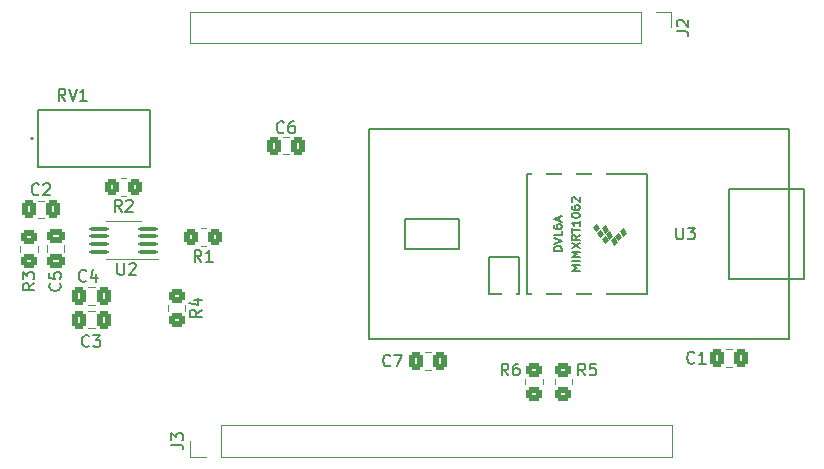
<source format=gbr>
%TF.GenerationSoftware,KiCad,Pcbnew,9.0.4-9.0.4-0~ubuntu24.04.1*%
%TF.CreationDate,2025-09-07T14:44:52-04:00*%
%TF.ProjectId,TCD1304Rev2,54434431-3330-4345-9265-76322e6b6963,rev?*%
%TF.SameCoordinates,PX7270e00PY7270e00*%
%TF.FileFunction,Legend,Top*%
%TF.FilePolarity,Positive*%
%FSLAX46Y46*%
G04 Gerber Fmt 4.6, Leading zero omitted, Abs format (unit mm)*
G04 Created by KiCad (PCBNEW 9.0.4-9.0.4-0~ubuntu24.04.1) date 2025-09-07 14:44:52*
%MOMM*%
%LPD*%
G01*
G04 APERTURE LIST*
G04 Aperture macros list*
%AMRoundRect*
0 Rectangle with rounded corners*
0 $1 Rounding radius*
0 $2 $3 $4 $5 $6 $7 $8 $9 X,Y pos of 4 corners*
0 Add a 4 corners polygon primitive as box body*
4,1,4,$2,$3,$4,$5,$6,$7,$8,$9,$2,$3,0*
0 Add four circle primitives for the rounded corners*
1,1,$1+$1,$2,$3*
1,1,$1+$1,$4,$5*
1,1,$1+$1,$6,$7*
1,1,$1+$1,$8,$9*
0 Add four rect primitives between the rounded corners*
20,1,$1+$1,$2,$3,$4,$5,0*
20,1,$1+$1,$4,$5,$6,$7,0*
20,1,$1+$1,$6,$7,$8,$9,0*
20,1,$1+$1,$8,$9,$2,$3,0*%
G04 Aperture macros list end*
%ADD10C,0.150000*%
%ADD11C,0.120000*%
%ADD12C,0.127000*%
%ADD13C,0.200000*%
%ADD14C,0.100000*%
%ADD15C,1.700000*%
%ADD16R,1.700000X1.700000*%
%ADD17O,1.700000X1.700000*%
%ADD18RoundRect,0.250000X-0.450000X0.350000X-0.450000X-0.350000X0.450000X-0.350000X0.450000X0.350000X0*%
%ADD19C,1.290000*%
%ADD20R,1.290000X1.290000*%
%ADD21RoundRect,0.250000X-0.337500X-0.475000X0.337500X-0.475000X0.337500X0.475000X-0.337500X0.475000X0*%
%ADD22RoundRect,0.250000X0.337500X0.475000X-0.337500X0.475000X-0.337500X-0.475000X0.337500X-0.475000X0*%
%ADD23RoundRect,0.250000X0.450000X-0.350000X0.450000X0.350000X-0.450000X0.350000X-0.450000X-0.350000X0*%
%ADD24RoundRect,0.250000X0.475000X-0.337500X0.475000X0.337500X-0.475000X0.337500X-0.475000X-0.337500X0*%
%ADD25RoundRect,0.100000X0.712500X0.100000X-0.712500X0.100000X-0.712500X-0.100000X0.712500X-0.100000X0*%
%ADD26RoundRect,0.250000X0.350000X0.450000X-0.350000X0.450000X-0.350000X-0.450000X0.350000X-0.450000X0*%
%ADD27R,1.218000X1.218000*%
%ADD28C,1.218000*%
%ADD29C,1.600000*%
%ADD30C,5.600000*%
%ADD31C,0.800000*%
%ADD32C,1.000000*%
G04 APERTURE END LIST*
D10*
X16044819Y2166667D02*
X16759104Y2166667D01*
X16759104Y2166667D02*
X16901961Y2119048D01*
X16901961Y2119048D02*
X16997200Y2023810D01*
X16997200Y2023810D02*
X17044819Y1880953D01*
X17044819Y1880953D02*
X17044819Y1785715D01*
X16044819Y2547620D02*
X16044819Y3166667D01*
X16044819Y3166667D02*
X16425771Y2833334D01*
X16425771Y2833334D02*
X16425771Y2976191D01*
X16425771Y2976191D02*
X16473390Y3071429D01*
X16473390Y3071429D02*
X16521009Y3119048D01*
X16521009Y3119048D02*
X16616247Y3166667D01*
X16616247Y3166667D02*
X16854342Y3166667D01*
X16854342Y3166667D02*
X16949580Y3119048D01*
X16949580Y3119048D02*
X16997200Y3071429D01*
X16997200Y3071429D02*
X17044819Y2976191D01*
X17044819Y2976191D02*
X17044819Y2690477D01*
X17044819Y2690477D02*
X16997200Y2595239D01*
X16997200Y2595239D02*
X16949580Y2547620D01*
X58834819Y37166667D02*
X59549104Y37166667D01*
X59549104Y37166667D02*
X59691961Y37119048D01*
X59691961Y37119048D02*
X59787200Y37023810D01*
X59787200Y37023810D02*
X59834819Y36880953D01*
X59834819Y36880953D02*
X59834819Y36785715D01*
X58930057Y37595239D02*
X58882438Y37642858D01*
X58882438Y37642858D02*
X58834819Y37738096D01*
X58834819Y37738096D02*
X58834819Y37976191D01*
X58834819Y37976191D02*
X58882438Y38071429D01*
X58882438Y38071429D02*
X58930057Y38119048D01*
X58930057Y38119048D02*
X59025295Y38166667D01*
X59025295Y38166667D02*
X59120533Y38166667D01*
X59120533Y38166667D02*
X59263390Y38119048D01*
X59263390Y38119048D02*
X59834819Y37547620D01*
X59834819Y37547620D02*
X59834819Y38166667D01*
X44583333Y8045181D02*
X44250000Y8521372D01*
X44011905Y8045181D02*
X44011905Y9045181D01*
X44011905Y9045181D02*
X44392857Y9045181D01*
X44392857Y9045181D02*
X44488095Y8997562D01*
X44488095Y8997562D02*
X44535714Y8949943D01*
X44535714Y8949943D02*
X44583333Y8854705D01*
X44583333Y8854705D02*
X44583333Y8711848D01*
X44583333Y8711848D02*
X44535714Y8616610D01*
X44535714Y8616610D02*
X44488095Y8568991D01*
X44488095Y8568991D02*
X44392857Y8521372D01*
X44392857Y8521372D02*
X44011905Y8521372D01*
X45440476Y9045181D02*
X45250000Y9045181D01*
X45250000Y9045181D02*
X45154762Y8997562D01*
X45154762Y8997562D02*
X45107143Y8949943D01*
X45107143Y8949943D02*
X45011905Y8807086D01*
X45011905Y8807086D02*
X44964286Y8616610D01*
X44964286Y8616610D02*
X44964286Y8235658D01*
X44964286Y8235658D02*
X45011905Y8140420D01*
X45011905Y8140420D02*
X45059524Y8092800D01*
X45059524Y8092800D02*
X45154762Y8045181D01*
X45154762Y8045181D02*
X45345238Y8045181D01*
X45345238Y8045181D02*
X45440476Y8092800D01*
X45440476Y8092800D02*
X45488095Y8140420D01*
X45488095Y8140420D02*
X45535714Y8235658D01*
X45535714Y8235658D02*
X45535714Y8473753D01*
X45535714Y8473753D02*
X45488095Y8568991D01*
X45488095Y8568991D02*
X45440476Y8616610D01*
X45440476Y8616610D02*
X45345238Y8664229D01*
X45345238Y8664229D02*
X45154762Y8664229D01*
X45154762Y8664229D02*
X45059524Y8616610D01*
X45059524Y8616610D02*
X45011905Y8568991D01*
X45011905Y8568991D02*
X44964286Y8473753D01*
X51083333Y8045181D02*
X50750000Y8521372D01*
X50511905Y8045181D02*
X50511905Y9045181D01*
X50511905Y9045181D02*
X50892857Y9045181D01*
X50892857Y9045181D02*
X50988095Y8997562D01*
X50988095Y8997562D02*
X51035714Y8949943D01*
X51035714Y8949943D02*
X51083333Y8854705D01*
X51083333Y8854705D02*
X51083333Y8711848D01*
X51083333Y8711848D02*
X51035714Y8616610D01*
X51035714Y8616610D02*
X50988095Y8568991D01*
X50988095Y8568991D02*
X50892857Y8521372D01*
X50892857Y8521372D02*
X50511905Y8521372D01*
X51988095Y9045181D02*
X51511905Y9045181D01*
X51511905Y9045181D02*
X51464286Y8568991D01*
X51464286Y8568991D02*
X51511905Y8616610D01*
X51511905Y8616610D02*
X51607143Y8664229D01*
X51607143Y8664229D02*
X51845238Y8664229D01*
X51845238Y8664229D02*
X51940476Y8616610D01*
X51940476Y8616610D02*
X51988095Y8568991D01*
X51988095Y8568991D02*
X52035714Y8473753D01*
X52035714Y8473753D02*
X52035714Y8235658D01*
X52035714Y8235658D02*
X51988095Y8140420D01*
X51988095Y8140420D02*
X51940476Y8092800D01*
X51940476Y8092800D02*
X51845238Y8045181D01*
X51845238Y8045181D02*
X51607143Y8045181D01*
X51607143Y8045181D02*
X51511905Y8092800D01*
X51511905Y8092800D02*
X51464286Y8140420D01*
X60333333Y9140420D02*
X60285714Y9092800D01*
X60285714Y9092800D02*
X60142857Y9045181D01*
X60142857Y9045181D02*
X60047619Y9045181D01*
X60047619Y9045181D02*
X59904762Y9092800D01*
X59904762Y9092800D02*
X59809524Y9188039D01*
X59809524Y9188039D02*
X59761905Y9283277D01*
X59761905Y9283277D02*
X59714286Y9473753D01*
X59714286Y9473753D02*
X59714286Y9616610D01*
X59714286Y9616610D02*
X59761905Y9807086D01*
X59761905Y9807086D02*
X59809524Y9902324D01*
X59809524Y9902324D02*
X59904762Y9997562D01*
X59904762Y9997562D02*
X60047619Y10045181D01*
X60047619Y10045181D02*
X60142857Y10045181D01*
X60142857Y10045181D02*
X60285714Y9997562D01*
X60285714Y9997562D02*
X60333333Y9949943D01*
X61285714Y9045181D02*
X60714286Y9045181D01*
X61000000Y9045181D02*
X61000000Y10045181D01*
X61000000Y10045181D02*
X60904762Y9902324D01*
X60904762Y9902324D02*
X60809524Y9807086D01*
X60809524Y9807086D02*
X60714286Y9759467D01*
X25583333Y28640420D02*
X25535714Y28592800D01*
X25535714Y28592800D02*
X25392857Y28545181D01*
X25392857Y28545181D02*
X25297619Y28545181D01*
X25297619Y28545181D02*
X25154762Y28592800D01*
X25154762Y28592800D02*
X25059524Y28688039D01*
X25059524Y28688039D02*
X25011905Y28783277D01*
X25011905Y28783277D02*
X24964286Y28973753D01*
X24964286Y28973753D02*
X24964286Y29116610D01*
X24964286Y29116610D02*
X25011905Y29307086D01*
X25011905Y29307086D02*
X25059524Y29402324D01*
X25059524Y29402324D02*
X25154762Y29497562D01*
X25154762Y29497562D02*
X25297619Y29545181D01*
X25297619Y29545181D02*
X25392857Y29545181D01*
X25392857Y29545181D02*
X25535714Y29497562D01*
X25535714Y29497562D02*
X25583333Y29449943D01*
X26440476Y29545181D02*
X26250000Y29545181D01*
X26250000Y29545181D02*
X26154762Y29497562D01*
X26154762Y29497562D02*
X26107143Y29449943D01*
X26107143Y29449943D02*
X26011905Y29307086D01*
X26011905Y29307086D02*
X25964286Y29116610D01*
X25964286Y29116610D02*
X25964286Y28735658D01*
X25964286Y28735658D02*
X26011905Y28640420D01*
X26011905Y28640420D02*
X26059524Y28592800D01*
X26059524Y28592800D02*
X26154762Y28545181D01*
X26154762Y28545181D02*
X26345238Y28545181D01*
X26345238Y28545181D02*
X26440476Y28592800D01*
X26440476Y28592800D02*
X26488095Y28640420D01*
X26488095Y28640420D02*
X26535714Y28735658D01*
X26535714Y28735658D02*
X26535714Y28973753D01*
X26535714Y28973753D02*
X26488095Y29068991D01*
X26488095Y29068991D02*
X26440476Y29116610D01*
X26440476Y29116610D02*
X26345238Y29164229D01*
X26345238Y29164229D02*
X26154762Y29164229D01*
X26154762Y29164229D02*
X26059524Y29116610D01*
X26059524Y29116610D02*
X26011905Y29068991D01*
X26011905Y29068991D02*
X25964286Y28973753D01*
X4454819Y15833334D02*
X3978628Y15500001D01*
X4454819Y15261906D02*
X3454819Y15261906D01*
X3454819Y15261906D02*
X3454819Y15642858D01*
X3454819Y15642858D02*
X3502438Y15738096D01*
X3502438Y15738096D02*
X3550057Y15785715D01*
X3550057Y15785715D02*
X3645295Y15833334D01*
X3645295Y15833334D02*
X3788152Y15833334D01*
X3788152Y15833334D02*
X3883390Y15785715D01*
X3883390Y15785715D02*
X3931009Y15738096D01*
X3931009Y15738096D02*
X3978628Y15642858D01*
X3978628Y15642858D02*
X3978628Y15261906D01*
X3454819Y16166668D02*
X3454819Y16785715D01*
X3454819Y16785715D02*
X3835771Y16452382D01*
X3835771Y16452382D02*
X3835771Y16595239D01*
X3835771Y16595239D02*
X3883390Y16690477D01*
X3883390Y16690477D02*
X3931009Y16738096D01*
X3931009Y16738096D02*
X4026247Y16785715D01*
X4026247Y16785715D02*
X4264342Y16785715D01*
X4264342Y16785715D02*
X4359580Y16738096D01*
X4359580Y16738096D02*
X4407200Y16690477D01*
X4407200Y16690477D02*
X4454819Y16595239D01*
X4454819Y16595239D02*
X4454819Y16309525D01*
X4454819Y16309525D02*
X4407200Y16214287D01*
X4407200Y16214287D02*
X4359580Y16166668D01*
X4833333Y23390420D02*
X4785714Y23342800D01*
X4785714Y23342800D02*
X4642857Y23295181D01*
X4642857Y23295181D02*
X4547619Y23295181D01*
X4547619Y23295181D02*
X4404762Y23342800D01*
X4404762Y23342800D02*
X4309524Y23438039D01*
X4309524Y23438039D02*
X4261905Y23533277D01*
X4261905Y23533277D02*
X4214286Y23723753D01*
X4214286Y23723753D02*
X4214286Y23866610D01*
X4214286Y23866610D02*
X4261905Y24057086D01*
X4261905Y24057086D02*
X4309524Y24152324D01*
X4309524Y24152324D02*
X4404762Y24247562D01*
X4404762Y24247562D02*
X4547619Y24295181D01*
X4547619Y24295181D02*
X4642857Y24295181D01*
X4642857Y24295181D02*
X4785714Y24247562D01*
X4785714Y24247562D02*
X4833333Y24199943D01*
X5214286Y24199943D02*
X5261905Y24247562D01*
X5261905Y24247562D02*
X5357143Y24295181D01*
X5357143Y24295181D02*
X5595238Y24295181D01*
X5595238Y24295181D02*
X5690476Y24247562D01*
X5690476Y24247562D02*
X5738095Y24199943D01*
X5738095Y24199943D02*
X5785714Y24104705D01*
X5785714Y24104705D02*
X5785714Y24009467D01*
X5785714Y24009467D02*
X5738095Y23866610D01*
X5738095Y23866610D02*
X5166667Y23295181D01*
X5166667Y23295181D02*
X5785714Y23295181D01*
X6609580Y15833334D02*
X6657200Y15785715D01*
X6657200Y15785715D02*
X6704819Y15642858D01*
X6704819Y15642858D02*
X6704819Y15547620D01*
X6704819Y15547620D02*
X6657200Y15404763D01*
X6657200Y15404763D02*
X6561961Y15309525D01*
X6561961Y15309525D02*
X6466723Y15261906D01*
X6466723Y15261906D02*
X6276247Y15214287D01*
X6276247Y15214287D02*
X6133390Y15214287D01*
X6133390Y15214287D02*
X5942914Y15261906D01*
X5942914Y15261906D02*
X5847676Y15309525D01*
X5847676Y15309525D02*
X5752438Y15404763D01*
X5752438Y15404763D02*
X5704819Y15547620D01*
X5704819Y15547620D02*
X5704819Y15642858D01*
X5704819Y15642858D02*
X5752438Y15785715D01*
X5752438Y15785715D02*
X5800057Y15833334D01*
X5704819Y16738096D02*
X5704819Y16261906D01*
X5704819Y16261906D02*
X6181009Y16214287D01*
X6181009Y16214287D02*
X6133390Y16261906D01*
X6133390Y16261906D02*
X6085771Y16357144D01*
X6085771Y16357144D02*
X6085771Y16595239D01*
X6085771Y16595239D02*
X6133390Y16690477D01*
X6133390Y16690477D02*
X6181009Y16738096D01*
X6181009Y16738096D02*
X6276247Y16785715D01*
X6276247Y16785715D02*
X6514342Y16785715D01*
X6514342Y16785715D02*
X6609580Y16738096D01*
X6609580Y16738096D02*
X6657200Y16690477D01*
X6657200Y16690477D02*
X6704819Y16595239D01*
X6704819Y16595239D02*
X6704819Y16357144D01*
X6704819Y16357144D02*
X6657200Y16261906D01*
X6657200Y16261906D02*
X6609580Y16214287D01*
X11488095Y17545181D02*
X11488095Y16735658D01*
X11488095Y16735658D02*
X11535714Y16640420D01*
X11535714Y16640420D02*
X11583333Y16592800D01*
X11583333Y16592800D02*
X11678571Y16545181D01*
X11678571Y16545181D02*
X11869047Y16545181D01*
X11869047Y16545181D02*
X11964285Y16592800D01*
X11964285Y16592800D02*
X12011904Y16640420D01*
X12011904Y16640420D02*
X12059523Y16735658D01*
X12059523Y16735658D02*
X12059523Y17545181D01*
X12488095Y17449943D02*
X12535714Y17497562D01*
X12535714Y17497562D02*
X12630952Y17545181D01*
X12630952Y17545181D02*
X12869047Y17545181D01*
X12869047Y17545181D02*
X12964285Y17497562D01*
X12964285Y17497562D02*
X13011904Y17449943D01*
X13011904Y17449943D02*
X13059523Y17354705D01*
X13059523Y17354705D02*
X13059523Y17259467D01*
X13059523Y17259467D02*
X13011904Y17116610D01*
X13011904Y17116610D02*
X12440476Y16545181D01*
X12440476Y16545181D02*
X13059523Y16545181D01*
X18604819Y13583334D02*
X18128628Y13250001D01*
X18604819Y13011906D02*
X17604819Y13011906D01*
X17604819Y13011906D02*
X17604819Y13392858D01*
X17604819Y13392858D02*
X17652438Y13488096D01*
X17652438Y13488096D02*
X17700057Y13535715D01*
X17700057Y13535715D02*
X17795295Y13583334D01*
X17795295Y13583334D02*
X17938152Y13583334D01*
X17938152Y13583334D02*
X18033390Y13535715D01*
X18033390Y13535715D02*
X18081009Y13488096D01*
X18081009Y13488096D02*
X18128628Y13392858D01*
X18128628Y13392858D02*
X18128628Y13011906D01*
X17938152Y14440477D02*
X18604819Y14440477D01*
X17557200Y14202382D02*
X18271485Y13964287D01*
X18271485Y13964287D02*
X18271485Y14583334D01*
X11833333Y21895181D02*
X11500000Y22371372D01*
X11261905Y21895181D02*
X11261905Y22895181D01*
X11261905Y22895181D02*
X11642857Y22895181D01*
X11642857Y22895181D02*
X11738095Y22847562D01*
X11738095Y22847562D02*
X11785714Y22799943D01*
X11785714Y22799943D02*
X11833333Y22704705D01*
X11833333Y22704705D02*
X11833333Y22561848D01*
X11833333Y22561848D02*
X11785714Y22466610D01*
X11785714Y22466610D02*
X11738095Y22418991D01*
X11738095Y22418991D02*
X11642857Y22371372D01*
X11642857Y22371372D02*
X11261905Y22371372D01*
X12214286Y22799943D02*
X12261905Y22847562D01*
X12261905Y22847562D02*
X12357143Y22895181D01*
X12357143Y22895181D02*
X12595238Y22895181D01*
X12595238Y22895181D02*
X12690476Y22847562D01*
X12690476Y22847562D02*
X12738095Y22799943D01*
X12738095Y22799943D02*
X12785714Y22704705D01*
X12785714Y22704705D02*
X12785714Y22609467D01*
X12785714Y22609467D02*
X12738095Y22466610D01*
X12738095Y22466610D02*
X12166667Y21895181D01*
X12166667Y21895181D02*
X12785714Y21895181D01*
X9083333Y10540420D02*
X9035714Y10492800D01*
X9035714Y10492800D02*
X8892857Y10445181D01*
X8892857Y10445181D02*
X8797619Y10445181D01*
X8797619Y10445181D02*
X8654762Y10492800D01*
X8654762Y10492800D02*
X8559524Y10588039D01*
X8559524Y10588039D02*
X8511905Y10683277D01*
X8511905Y10683277D02*
X8464286Y10873753D01*
X8464286Y10873753D02*
X8464286Y11016610D01*
X8464286Y11016610D02*
X8511905Y11207086D01*
X8511905Y11207086D02*
X8559524Y11302324D01*
X8559524Y11302324D02*
X8654762Y11397562D01*
X8654762Y11397562D02*
X8797619Y11445181D01*
X8797619Y11445181D02*
X8892857Y11445181D01*
X8892857Y11445181D02*
X9035714Y11397562D01*
X9035714Y11397562D02*
X9083333Y11349943D01*
X9416667Y11445181D02*
X10035714Y11445181D01*
X10035714Y11445181D02*
X9702381Y11064229D01*
X9702381Y11064229D02*
X9845238Y11064229D01*
X9845238Y11064229D02*
X9940476Y11016610D01*
X9940476Y11016610D02*
X9988095Y10968991D01*
X9988095Y10968991D02*
X10035714Y10873753D01*
X10035714Y10873753D02*
X10035714Y10635658D01*
X10035714Y10635658D02*
X9988095Y10540420D01*
X9988095Y10540420D02*
X9940476Y10492800D01*
X9940476Y10492800D02*
X9845238Y10445181D01*
X9845238Y10445181D02*
X9559524Y10445181D01*
X9559524Y10445181D02*
X9464286Y10492800D01*
X9464286Y10492800D02*
X9416667Y10540420D01*
X18583333Y17645181D02*
X18250000Y18121372D01*
X18011905Y17645181D02*
X18011905Y18645181D01*
X18011905Y18645181D02*
X18392857Y18645181D01*
X18392857Y18645181D02*
X18488095Y18597562D01*
X18488095Y18597562D02*
X18535714Y18549943D01*
X18535714Y18549943D02*
X18583333Y18454705D01*
X18583333Y18454705D02*
X18583333Y18311848D01*
X18583333Y18311848D02*
X18535714Y18216610D01*
X18535714Y18216610D02*
X18488095Y18168991D01*
X18488095Y18168991D02*
X18392857Y18121372D01*
X18392857Y18121372D02*
X18011905Y18121372D01*
X19535714Y17645181D02*
X18964286Y17645181D01*
X19250000Y17645181D02*
X19250000Y18645181D01*
X19250000Y18645181D02*
X19154762Y18502324D01*
X19154762Y18502324D02*
X19059524Y18407086D01*
X19059524Y18407086D02*
X18964286Y18359467D01*
X8833333Y16070420D02*
X8785714Y16022800D01*
X8785714Y16022800D02*
X8642857Y15975181D01*
X8642857Y15975181D02*
X8547619Y15975181D01*
X8547619Y15975181D02*
X8404762Y16022800D01*
X8404762Y16022800D02*
X8309524Y16118039D01*
X8309524Y16118039D02*
X8261905Y16213277D01*
X8261905Y16213277D02*
X8214286Y16403753D01*
X8214286Y16403753D02*
X8214286Y16546610D01*
X8214286Y16546610D02*
X8261905Y16737086D01*
X8261905Y16737086D02*
X8309524Y16832324D01*
X8309524Y16832324D02*
X8404762Y16927562D01*
X8404762Y16927562D02*
X8547619Y16975181D01*
X8547619Y16975181D02*
X8642857Y16975181D01*
X8642857Y16975181D02*
X8785714Y16927562D01*
X8785714Y16927562D02*
X8833333Y16879943D01*
X9690476Y16641848D02*
X9690476Y15975181D01*
X9452381Y17022800D02*
X9214286Y16308515D01*
X9214286Y16308515D02*
X9833333Y16308515D01*
X34583333Y8890420D02*
X34535714Y8842800D01*
X34535714Y8842800D02*
X34392857Y8795181D01*
X34392857Y8795181D02*
X34297619Y8795181D01*
X34297619Y8795181D02*
X34154762Y8842800D01*
X34154762Y8842800D02*
X34059524Y8938039D01*
X34059524Y8938039D02*
X34011905Y9033277D01*
X34011905Y9033277D02*
X33964286Y9223753D01*
X33964286Y9223753D02*
X33964286Y9366610D01*
X33964286Y9366610D02*
X34011905Y9557086D01*
X34011905Y9557086D02*
X34059524Y9652324D01*
X34059524Y9652324D02*
X34154762Y9747562D01*
X34154762Y9747562D02*
X34297619Y9795181D01*
X34297619Y9795181D02*
X34392857Y9795181D01*
X34392857Y9795181D02*
X34535714Y9747562D01*
X34535714Y9747562D02*
X34583333Y9699943D01*
X34916667Y9795181D02*
X35583333Y9795181D01*
X35583333Y9795181D02*
X35154762Y8795181D01*
X7069373Y31293779D02*
X6734612Y31772009D01*
X6495497Y31293779D02*
X6495497Y32298062D01*
X6495497Y32298062D02*
X6878081Y32298062D01*
X6878081Y32298062D02*
X6973727Y32250239D01*
X6973727Y32250239D02*
X7021550Y32202416D01*
X7021550Y32202416D02*
X7069373Y32106770D01*
X7069373Y32106770D02*
X7069373Y31963301D01*
X7069373Y31963301D02*
X7021550Y31867655D01*
X7021550Y31867655D02*
X6973727Y31819832D01*
X6973727Y31819832D02*
X6878081Y31772009D01*
X6878081Y31772009D02*
X6495497Y31772009D01*
X7356311Y32298062D02*
X7691072Y31293779D01*
X7691072Y31293779D02*
X8025833Y32298062D01*
X8886647Y31293779D02*
X8312771Y31293779D01*
X8599709Y31293779D02*
X8599709Y32298062D01*
X8599709Y32298062D02*
X8504063Y32154593D01*
X8504063Y32154593D02*
X8408417Y32058947D01*
X8408417Y32058947D02*
X8312771Y32011124D01*
X58808095Y20545181D02*
X58808095Y19735658D01*
X58808095Y19735658D02*
X58855714Y19640420D01*
X58855714Y19640420D02*
X58903333Y19592800D01*
X58903333Y19592800D02*
X58998571Y19545181D01*
X58998571Y19545181D02*
X59189047Y19545181D01*
X59189047Y19545181D02*
X59284285Y19592800D01*
X59284285Y19592800D02*
X59331904Y19640420D01*
X59331904Y19640420D02*
X59379523Y19735658D01*
X59379523Y19735658D02*
X59379523Y20545181D01*
X59760476Y20545181D02*
X60379523Y20545181D01*
X60379523Y20545181D02*
X60046190Y20164229D01*
X60046190Y20164229D02*
X60189047Y20164229D01*
X60189047Y20164229D02*
X60284285Y20116610D01*
X60284285Y20116610D02*
X60331904Y20068991D01*
X60331904Y20068991D02*
X60379523Y19973753D01*
X60379523Y19973753D02*
X60379523Y19735658D01*
X60379523Y19735658D02*
X60331904Y19640420D01*
X60331904Y19640420D02*
X60284285Y19592800D01*
X60284285Y19592800D02*
X60189047Y19545181D01*
X60189047Y19545181D02*
X59903333Y19545181D01*
X59903333Y19545181D02*
X59808095Y19592800D01*
X59808095Y19592800D02*
X59760476Y19640420D01*
X50632033Y16916667D02*
X49932033Y16916667D01*
X49932033Y16916667D02*
X50432033Y17150000D01*
X50432033Y17150000D02*
X49932033Y17383334D01*
X49932033Y17383334D02*
X50632033Y17383334D01*
X50632033Y17716667D02*
X49932033Y17716667D01*
X50632033Y18050000D02*
X49932033Y18050000D01*
X49932033Y18050000D02*
X50432033Y18283333D01*
X50432033Y18283333D02*
X49932033Y18516667D01*
X49932033Y18516667D02*
X50632033Y18516667D01*
X49932033Y18783333D02*
X50632033Y19250000D01*
X49932033Y19250000D02*
X50632033Y18783333D01*
X50632033Y19916667D02*
X50298700Y19683334D01*
X50632033Y19516667D02*
X49932033Y19516667D01*
X49932033Y19516667D02*
X49932033Y19783334D01*
X49932033Y19783334D02*
X49965366Y19850000D01*
X49965366Y19850000D02*
X49998700Y19883334D01*
X49998700Y19883334D02*
X50065366Y19916667D01*
X50065366Y19916667D02*
X50165366Y19916667D01*
X50165366Y19916667D02*
X50232033Y19883334D01*
X50232033Y19883334D02*
X50265366Y19850000D01*
X50265366Y19850000D02*
X50298700Y19783334D01*
X50298700Y19783334D02*
X50298700Y19516667D01*
X49932033Y20116667D02*
X49932033Y20516667D01*
X50632033Y20316667D02*
X49932033Y20316667D01*
X50632033Y21116667D02*
X50632033Y20716667D01*
X50632033Y20916667D02*
X49932033Y20916667D01*
X49932033Y20916667D02*
X50032033Y20850000D01*
X50032033Y20850000D02*
X50098700Y20783333D01*
X50098700Y20783333D02*
X50132033Y20716667D01*
X49932033Y21550000D02*
X49932033Y21616667D01*
X49932033Y21616667D02*
X49965366Y21683334D01*
X49965366Y21683334D02*
X49998700Y21716667D01*
X49998700Y21716667D02*
X50065366Y21750000D01*
X50065366Y21750000D02*
X50198700Y21783334D01*
X50198700Y21783334D02*
X50365366Y21783334D01*
X50365366Y21783334D02*
X50498700Y21750000D01*
X50498700Y21750000D02*
X50565366Y21716667D01*
X50565366Y21716667D02*
X50598700Y21683334D01*
X50598700Y21683334D02*
X50632033Y21616667D01*
X50632033Y21616667D02*
X50632033Y21550000D01*
X50632033Y21550000D02*
X50598700Y21483334D01*
X50598700Y21483334D02*
X50565366Y21450000D01*
X50565366Y21450000D02*
X50498700Y21416667D01*
X50498700Y21416667D02*
X50365366Y21383334D01*
X50365366Y21383334D02*
X50198700Y21383334D01*
X50198700Y21383334D02*
X50065366Y21416667D01*
X50065366Y21416667D02*
X49998700Y21450000D01*
X49998700Y21450000D02*
X49965366Y21483334D01*
X49965366Y21483334D02*
X49932033Y21550000D01*
X49932033Y22383334D02*
X49932033Y22250001D01*
X49932033Y22250001D02*
X49965366Y22183334D01*
X49965366Y22183334D02*
X49998700Y22150001D01*
X49998700Y22150001D02*
X50098700Y22083334D01*
X50098700Y22083334D02*
X50232033Y22050001D01*
X50232033Y22050001D02*
X50498700Y22050001D01*
X50498700Y22050001D02*
X50565366Y22083334D01*
X50565366Y22083334D02*
X50598700Y22116667D01*
X50598700Y22116667D02*
X50632033Y22183334D01*
X50632033Y22183334D02*
X50632033Y22316667D01*
X50632033Y22316667D02*
X50598700Y22383334D01*
X50598700Y22383334D02*
X50565366Y22416667D01*
X50565366Y22416667D02*
X50498700Y22450001D01*
X50498700Y22450001D02*
X50332033Y22450001D01*
X50332033Y22450001D02*
X50265366Y22416667D01*
X50265366Y22416667D02*
X50232033Y22383334D01*
X50232033Y22383334D02*
X50198700Y22316667D01*
X50198700Y22316667D02*
X50198700Y22183334D01*
X50198700Y22183334D02*
X50232033Y22116667D01*
X50232033Y22116667D02*
X50265366Y22083334D01*
X50265366Y22083334D02*
X50332033Y22050001D01*
X49998700Y22716668D02*
X49965366Y22750001D01*
X49965366Y22750001D02*
X49932033Y22816668D01*
X49932033Y22816668D02*
X49932033Y22983334D01*
X49932033Y22983334D02*
X49965366Y23050001D01*
X49965366Y23050001D02*
X49998700Y23083334D01*
X49998700Y23083334D02*
X50065366Y23116668D01*
X50065366Y23116668D02*
X50132033Y23116668D01*
X50132033Y23116668D02*
X50232033Y23083334D01*
X50232033Y23083334D02*
X50632033Y22683334D01*
X50632033Y22683334D02*
X50632033Y23116668D01*
X49108033Y18600000D02*
X48408033Y18600000D01*
X48408033Y18600000D02*
X48408033Y18766667D01*
X48408033Y18766667D02*
X48441366Y18866667D01*
X48441366Y18866667D02*
X48508033Y18933333D01*
X48508033Y18933333D02*
X48574700Y18966667D01*
X48574700Y18966667D02*
X48708033Y19000000D01*
X48708033Y19000000D02*
X48808033Y19000000D01*
X48808033Y19000000D02*
X48941366Y18966667D01*
X48941366Y18966667D02*
X49008033Y18933333D01*
X49008033Y18933333D02*
X49074700Y18866667D01*
X49074700Y18866667D02*
X49108033Y18766667D01*
X49108033Y18766667D02*
X49108033Y18600000D01*
X48408033Y19200000D02*
X49108033Y19433333D01*
X49108033Y19433333D02*
X48408033Y19666667D01*
X49108033Y20233333D02*
X49108033Y19900000D01*
X49108033Y19900000D02*
X48408033Y19900000D01*
X48408033Y20766667D02*
X48408033Y20633334D01*
X48408033Y20633334D02*
X48441366Y20566667D01*
X48441366Y20566667D02*
X48474700Y20533334D01*
X48474700Y20533334D02*
X48574700Y20466667D01*
X48574700Y20466667D02*
X48708033Y20433334D01*
X48708033Y20433334D02*
X48974700Y20433334D01*
X48974700Y20433334D02*
X49041366Y20466667D01*
X49041366Y20466667D02*
X49074700Y20500000D01*
X49074700Y20500000D02*
X49108033Y20566667D01*
X49108033Y20566667D02*
X49108033Y20700000D01*
X49108033Y20700000D02*
X49074700Y20766667D01*
X49074700Y20766667D02*
X49041366Y20800000D01*
X49041366Y20800000D02*
X48974700Y20833334D01*
X48974700Y20833334D02*
X48808033Y20833334D01*
X48808033Y20833334D02*
X48741366Y20800000D01*
X48741366Y20800000D02*
X48708033Y20766667D01*
X48708033Y20766667D02*
X48674700Y20700000D01*
X48674700Y20700000D02*
X48674700Y20566667D01*
X48674700Y20566667D02*
X48708033Y20500000D01*
X48708033Y20500000D02*
X48741366Y20466667D01*
X48741366Y20466667D02*
X48808033Y20433334D01*
X48908033Y21100001D02*
X48908033Y21433334D01*
X49108033Y21033334D02*
X48408033Y21266667D01*
X48408033Y21266667D02*
X49108033Y21500001D01*
D11*
%TO.C,J3*%
X20240000Y3880000D02*
X58450000Y3880000D01*
X58450000Y1120000D02*
X58450000Y3880000D01*
X20240000Y1120000D02*
X20240000Y3880000D01*
X20240000Y1120000D02*
X58450000Y1120000D01*
X18970000Y1120000D02*
X17590000Y1120000D01*
X17590000Y1120000D02*
X17590000Y2500000D01*
%TO.C,J2*%
X58380000Y38830000D02*
X58380000Y37500000D01*
X57050000Y38830000D02*
X58380000Y38830000D01*
X55780000Y36170000D02*
X17620000Y36170000D01*
X55780000Y38830000D02*
X55780000Y36170000D01*
X55780000Y38830000D02*
X17620000Y38830000D01*
X17620000Y38830000D02*
X17620000Y36170000D01*
%TO.C,R6*%
X47485000Y7727064D02*
X47485000Y7272936D01*
X46015000Y7727064D02*
X46015000Y7272936D01*
%TO.C,R5*%
X49985000Y7727064D02*
X49985000Y7272936D01*
X48515000Y7727064D02*
X48515000Y7272936D01*
%TO.C,C1*%
X62988748Y8765000D02*
X63511252Y8765000D01*
X62988748Y10235000D02*
X63511252Y10235000D01*
%TO.C,C6*%
X26011252Y28235000D02*
X25488748Y28235000D01*
X26011252Y26765000D02*
X25488748Y26765000D01*
%TO.C,R3*%
X3265000Y18522936D02*
X3265000Y18977064D01*
X4735000Y18522936D02*
X4735000Y18977064D01*
%TO.C,C2*%
X5261252Y21365000D02*
X4738748Y21365000D01*
X5261252Y22835000D02*
X4738748Y22835000D01*
%TO.C,C5*%
X6985000Y18526248D02*
X6985000Y19048752D01*
X5515000Y18526248D02*
X5515000Y19048752D01*
%TO.C,U2*%
X12000000Y17890000D02*
X14925000Y17890000D01*
X12000000Y17890000D02*
X10500000Y17890000D01*
X12000000Y21110000D02*
X13500000Y21110000D01*
X12000000Y21110000D02*
X10500000Y21110000D01*
%TO.C,R4*%
X15765000Y13977064D02*
X15765000Y13522936D01*
X17235000Y13977064D02*
X17235000Y13522936D01*
%TO.C,R2*%
X12227064Y24735000D02*
X11772936Y24735000D01*
X12227064Y23265000D02*
X11772936Y23265000D01*
%TO.C,C3*%
X9026248Y12015000D02*
X9548752Y12015000D01*
X9026248Y13485000D02*
X9548752Y13485000D01*
%TO.C,R1*%
X18977064Y20485000D02*
X18522936Y20485000D01*
X18977064Y19015000D02*
X18522936Y19015000D01*
%TO.C,C4*%
X9026248Y14015000D02*
X9548752Y14015000D01*
X9026248Y15485000D02*
X9548752Y15485000D01*
%TO.C,C7*%
X37526248Y9985000D02*
X38048752Y9985000D01*
X37526248Y8515000D02*
X38048752Y8515000D01*
D12*
%TO.C,RV1*%
X4735000Y30520000D02*
X14265000Y30520000D01*
X4735000Y25690000D02*
X4735000Y30520000D01*
X14265000Y30520000D02*
X14265000Y25690000D01*
X14265000Y25690000D02*
X4735000Y25690000D01*
D13*
X4350000Y28100000D02*
G75*
G02*
X4150000Y28100000I-100000J0D01*
G01*
X4150000Y28100000D02*
G75*
G02*
X4350000Y28100000I100000J0D01*
G01*
D10*
%TO.C,U3*%
X32790000Y28890000D02*
X68350000Y28890000D01*
X32790000Y11110000D02*
X32790000Y28890000D01*
X35838000Y21270000D02*
X40410000Y21270000D01*
X35838000Y18730000D02*
X35838000Y21270000D01*
X40410000Y21270000D02*
X40410000Y18730000D01*
X40410000Y18730000D02*
X35838000Y18730000D01*
X42950000Y18095000D02*
X45490000Y18095000D01*
X42950000Y14920000D02*
X42950000Y18095000D01*
X45490000Y18095000D02*
X45490000Y14920000D01*
X45490000Y14920000D02*
X42950000Y14920000D01*
X46125000Y25080000D02*
X46125000Y14920000D01*
X46125000Y25080000D02*
X56285000Y25080000D01*
X46125000Y14920000D02*
X56285000Y14920000D01*
X56285000Y14920000D02*
X56285000Y25080000D01*
X63270000Y23810000D02*
X63270000Y16190000D01*
X63270000Y23810000D02*
X68350000Y23810000D01*
X63270000Y16190000D02*
X68350000Y16190000D01*
X68350000Y28890000D02*
X68350000Y11110000D01*
X68350000Y23810000D02*
X69620000Y23810000D01*
X68350000Y11110000D02*
X32790000Y11110000D01*
X69620000Y23810000D02*
X69620000Y16190000D01*
X69620000Y16190000D02*
X68350000Y16190000D01*
D14*
X52221000Y20508000D02*
X51967000Y20254000D01*
X51713000Y20635000D01*
X51967000Y20889000D01*
X52221000Y20508000D01*
G36*
X52221000Y20508000D02*
G01*
X51967000Y20254000D01*
X51713000Y20635000D01*
X51967000Y20889000D01*
X52221000Y20508000D01*
G37*
X52602000Y20000000D02*
X52348000Y19746000D01*
X52094000Y20127000D01*
X52348000Y20381000D01*
X52602000Y20000000D01*
G36*
X52602000Y20000000D02*
G01*
X52348000Y19746000D01*
X52094000Y20127000D01*
X52348000Y20381000D01*
X52602000Y20000000D01*
G37*
X52983000Y20381000D02*
X52729000Y20127000D01*
X52475000Y20508000D01*
X52729000Y20762000D01*
X52983000Y20381000D01*
G36*
X52983000Y20381000D02*
G01*
X52729000Y20127000D01*
X52475000Y20508000D01*
X52729000Y20762000D01*
X52983000Y20381000D01*
G37*
X52983000Y19492000D02*
X52729000Y19238000D01*
X52475000Y19619000D01*
X52729000Y19873000D01*
X52983000Y19492000D01*
G36*
X52983000Y19492000D02*
G01*
X52729000Y19238000D01*
X52475000Y19619000D01*
X52729000Y19873000D01*
X52983000Y19492000D01*
G37*
X53364000Y19873000D02*
X53110000Y19619000D01*
X52856000Y20000000D01*
X53110000Y20254000D01*
X53364000Y19873000D01*
G36*
X53364000Y19873000D02*
G01*
X53110000Y19619000D01*
X52856000Y20000000D01*
X53110000Y20254000D01*
X53364000Y19873000D01*
G37*
X53745000Y19365000D02*
X53491000Y19111000D01*
X53237000Y19492000D01*
X53491000Y19746000D01*
X53745000Y19365000D01*
G36*
X53745000Y19365000D02*
G01*
X53491000Y19111000D01*
X53237000Y19492000D01*
X53491000Y19746000D01*
X53745000Y19365000D01*
G37*
X54126000Y19746000D02*
X53872000Y19492000D01*
X53618000Y19873000D01*
X53872000Y20127000D01*
X54126000Y19746000D01*
G36*
X54126000Y19746000D02*
G01*
X53872000Y19492000D01*
X53618000Y19873000D01*
X53872000Y20127000D01*
X54126000Y19746000D01*
G37*
X54507000Y20127000D02*
X54253000Y19873000D01*
X53999000Y20254000D01*
X54253000Y20508000D01*
X54507000Y20127000D01*
G36*
X54507000Y20127000D02*
G01*
X54253000Y19873000D01*
X53999000Y20254000D01*
X54253000Y20508000D01*
X54507000Y20127000D01*
G37*
%TD*%
%LPC*%
D15*
%TO.C,J3*%
X57070000Y2500000D03*
X54530000Y2500000D03*
X51990000Y2500000D03*
X49450000Y2500000D03*
X46910000Y2500000D03*
X44370000Y2500000D03*
X41830000Y2500000D03*
X39290000Y2500000D03*
X36750000Y2500000D03*
X34210000Y2500000D03*
X31670000Y2500000D03*
X29130000Y2500000D03*
X26590000Y2500000D03*
X24050000Y2500000D03*
X21510000Y2500000D03*
D16*
X18970000Y2500000D03*
%TD*%
D17*
%TO.C,J2*%
X18950000Y37500000D03*
X21490000Y37500000D03*
X24030000Y37500000D03*
X26570000Y37500000D03*
X29110000Y37500000D03*
X31650000Y37500000D03*
X34190000Y37500000D03*
X36730000Y37500000D03*
X39270000Y37500000D03*
X41810000Y37500000D03*
X44350000Y37500000D03*
X46890000Y37500000D03*
X49430000Y37500000D03*
X51970000Y37500000D03*
X54510000Y37500000D03*
D16*
X57050000Y37500000D03*
%TD*%
D18*
%TO.C,R6*%
X46750000Y8500000D03*
X46750000Y6500000D03*
%TD*%
%TO.C,R5*%
X49250000Y8500000D03*
X49250000Y6500000D03*
%TD*%
D19*
%TO.C,U1*%
X26870000Y14920000D03*
X29410000Y14920000D03*
X31950000Y14920000D03*
X34490000Y14920000D03*
X37030000Y14920000D03*
X39570000Y14920000D03*
X42110000Y14920000D03*
X44650000Y14920000D03*
X47190000Y14920000D03*
X49730000Y14920000D03*
X52270000Y14920000D03*
X52270000Y25080000D03*
X49730000Y25080000D03*
X47190000Y25080000D03*
X44650000Y25080000D03*
X42110000Y25080000D03*
X39570000Y25080000D03*
X37030000Y25080000D03*
X34490000Y25080000D03*
X31950000Y25080000D03*
X29410000Y25080000D03*
D20*
X26870000Y25080000D03*
%TD*%
D21*
%TO.C,C1*%
X64287500Y9500000D03*
X62212500Y9500000D03*
%TD*%
D22*
%TO.C,C6*%
X24712500Y27500000D03*
X26787500Y27500000D03*
%TD*%
D23*
%TO.C,R3*%
X4000000Y17750000D03*
X4000000Y19750000D03*
%TD*%
D22*
%TO.C,C2*%
X6037500Y22100000D03*
X3962500Y22100000D03*
%TD*%
D24*
%TO.C,C5*%
X6250000Y19825000D03*
X6250000Y17750000D03*
%TD*%
D25*
%TO.C,U2*%
X9887500Y18525000D03*
X9887500Y19175000D03*
X9887500Y19825000D03*
X9887500Y20475000D03*
X14112500Y20475000D03*
X14112500Y19825000D03*
X14112500Y19175000D03*
X14112500Y18525000D03*
%TD*%
D18*
%TO.C,R4*%
X16500000Y12750000D03*
X16500000Y14750000D03*
%TD*%
D26*
%TO.C,R2*%
X11000000Y24000000D03*
X13000000Y24000000D03*
%TD*%
D21*
%TO.C,C3*%
X10325000Y12750000D03*
X8250000Y12750000D03*
%TD*%
D26*
%TO.C,R1*%
X17750000Y19750000D03*
X19750000Y19750000D03*
%TD*%
D21*
%TO.C,C4*%
X10325000Y14750000D03*
X8250000Y14750000D03*
%TD*%
%TO.C,C7*%
X36750000Y9250000D03*
X38825000Y9250000D03*
%TD*%
D27*
%TO.C,RV1*%
X6960000Y28100000D03*
D28*
X9500000Y28100000D03*
X12040000Y28100000D03*
%TD*%
D29*
%TO.C,U3*%
X67080000Y27620000D03*
X64540000Y27620000D03*
X62000000Y27620000D03*
X59460000Y27620000D03*
X56920000Y27620000D03*
X54380000Y27620000D03*
X51840000Y27620000D03*
X49300000Y27620000D03*
X46760000Y27620000D03*
X44220000Y27620000D03*
X41680000Y27620000D03*
X39140000Y27620000D03*
X36600000Y27620000D03*
X34060000Y27620000D03*
X34060000Y12380000D03*
X36600000Y12380000D03*
X39140000Y12380000D03*
X41680000Y12380000D03*
X44220000Y12380000D03*
X46760000Y12380000D03*
X49300000Y12380000D03*
X51840000Y12380000D03*
X54380000Y12380000D03*
X56920000Y12380000D03*
X59460000Y12380000D03*
X62000000Y12380000D03*
X64540000Y12380000D03*
X67080000Y12380000D03*
%TD*%
D30*
%TO.C,REF\u002A\u002A*%
X65500000Y4500000D03*
%TD*%
%TO.C,REF\u002A\u002A*%
X65500000Y35500000D03*
%TD*%
%TO.C,REF\u002A\u002A*%
X4500000Y35500000D03*
%TD*%
%TO.C,REF\u002A\u002A*%
X4500000Y4500000D03*
%TD*%
D31*
X6500000Y12750000D03*
X6500000Y14750000D03*
X44750000Y6500000D03*
X51500000Y6500000D03*
X23250000Y27500000D03*
D32*
X2500000Y22100000D03*
X11875000Y12750000D03*
X14800000Y22100000D03*
X11875000Y14750000D03*
D31*
X40157500Y9250000D03*
%LPD*%
M02*

</source>
